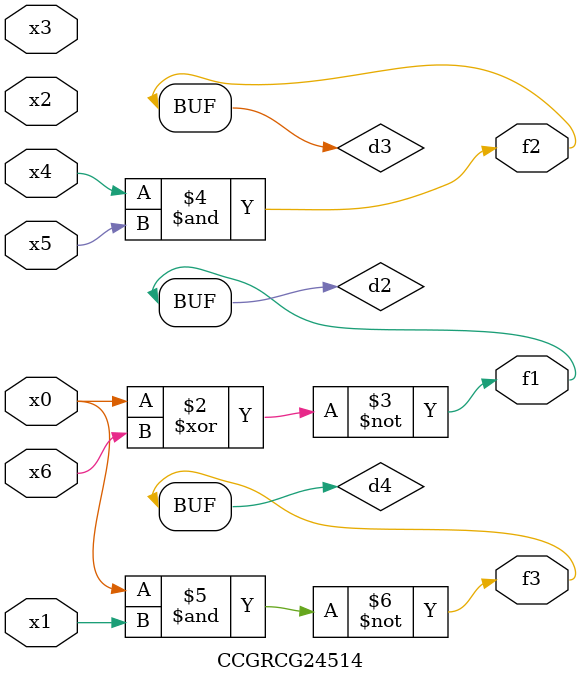
<source format=v>
module CCGRCG24514(
	input x0, x1, x2, x3, x4, x5, x6,
	output f1, f2, f3
);

	wire d1, d2, d3, d4;

	nor (d1, x0);
	xnor (d2, x0, x6);
	and (d3, x4, x5);
	nand (d4, x0, x1);
	assign f1 = d2;
	assign f2 = d3;
	assign f3 = d4;
endmodule

</source>
